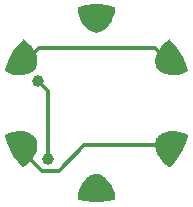
<source format=gbr>
G04 EAGLE Gerber RS-274X export*
G75*
%MOMM*%
%FSLAX34Y34*%
%LPD*%
%INBottom Copper*%
%IPPOS*%
%AMOC8*
5,1,8,0,0,1.08239X$1,22.5*%
G01*
%ADD10C,2.184400*%
%ADD11C,1.008000*%
%ADD12C,0.304800*%

G36*
X3062Y-83644D02*
X3062Y-83644D01*
X3099Y-83646D01*
X9133Y-83012D01*
X9160Y-83004D01*
X9198Y-83002D01*
X15132Y-81740D01*
X15154Y-81731D01*
X15178Y-81729D01*
X15257Y-81689D01*
X15340Y-81656D01*
X15357Y-81640D01*
X15378Y-81629D01*
X15411Y-81595D01*
X15413Y-81593D01*
X15422Y-81583D01*
X15439Y-81564D01*
X15505Y-81504D01*
X15516Y-81483D01*
X15532Y-81465D01*
X15548Y-81427D01*
X15555Y-81419D01*
X15568Y-81381D01*
X15607Y-81304D01*
X15610Y-81281D01*
X15619Y-81259D01*
X15622Y-81221D01*
X15627Y-81206D01*
X15626Y-81167D01*
X15630Y-81111D01*
X15633Y-81081D01*
X15632Y-81077D01*
X15632Y-81072D01*
X15345Y-77313D01*
X15334Y-77273D01*
X15329Y-77215D01*
X14457Y-73548D01*
X14440Y-73510D01*
X14426Y-73453D01*
X12991Y-69968D01*
X12969Y-69933D01*
X12946Y-69879D01*
X10983Y-66661D01*
X10956Y-66630D01*
X10925Y-66580D01*
X8483Y-63709D01*
X8445Y-63678D01*
X8389Y-63619D01*
X6603Y-62233D01*
X6578Y-62220D01*
X6574Y-62215D01*
X6563Y-62210D01*
X6535Y-62187D01*
X4583Y-61046D01*
X4550Y-61034D01*
X4509Y-61009D01*
X2426Y-60132D01*
X2391Y-60125D01*
X2347Y-60105D01*
X168Y-59508D01*
X92Y-59502D01*
X19Y-59486D01*
X-24Y-59491D01*
X-56Y-59488D01*
X-100Y-59500D01*
X-168Y-59508D01*
X-2347Y-60105D01*
X-2379Y-60121D01*
X-2426Y-60132D01*
X-4509Y-61009D01*
X-4539Y-61028D01*
X-4583Y-61046D01*
X-6535Y-62187D01*
X-6561Y-62210D01*
X-6603Y-62233D01*
X-8389Y-63619D01*
X-8422Y-63656D01*
X-8483Y-63709D01*
X-10925Y-66580D01*
X-10946Y-66616D01*
X-10983Y-66661D01*
X-12946Y-69879D01*
X-12961Y-69917D01*
X-12991Y-69968D01*
X-14426Y-73453D01*
X-14435Y-73494D01*
X-14457Y-73548D01*
X-15329Y-77215D01*
X-15331Y-77256D01*
X-15345Y-77313D01*
X-15632Y-81072D01*
X-15630Y-81095D01*
X-15634Y-81119D01*
X-15622Y-81190D01*
X-15620Y-81243D01*
X-15613Y-81260D01*
X-15610Y-81295D01*
X-15599Y-81316D01*
X-15595Y-81340D01*
X-15550Y-81416D01*
X-15550Y-81417D01*
X-15536Y-81451D01*
X-15529Y-81458D01*
X-15511Y-81496D01*
X-15493Y-81513D01*
X-15481Y-81533D01*
X-15413Y-81589D01*
X-15391Y-81610D01*
X-15384Y-81617D01*
X-15382Y-81618D01*
X-15348Y-81650D01*
X-15326Y-81660D01*
X-15307Y-81675D01*
X-15170Y-81726D01*
X-15141Y-81738D01*
X-15137Y-81739D01*
X-15132Y-81740D01*
X-9198Y-83002D01*
X-9169Y-83003D01*
X-9133Y-83012D01*
X-3099Y-83646D01*
X-3071Y-83644D01*
X-3033Y-83650D01*
X3033Y-83650D01*
X3062Y-83644D01*
G37*
G36*
X-62590Y23819D02*
X-62590Y23819D01*
X-62550Y23827D01*
X-62491Y23829D01*
X-58784Y24508D01*
X-58737Y24525D01*
X-58658Y24544D01*
X-56565Y25398D01*
X-56535Y25417D01*
X-56491Y25434D01*
X-54527Y26554D01*
X-54500Y26576D01*
X-54458Y26599D01*
X-52657Y27965D01*
X-52633Y27991D01*
X-52595Y28020D01*
X-50988Y29609D01*
X-50944Y29671D01*
X-50894Y29727D01*
X-50881Y29757D01*
X-50876Y29764D01*
X-50873Y29772D01*
X-50859Y29793D01*
X-50847Y29837D01*
X-50820Y29899D01*
X-50247Y32086D01*
X-50244Y32121D01*
X-50231Y32167D01*
X-49949Y34410D01*
X-49951Y34445D01*
X-49944Y34492D01*
X-49956Y36752D01*
X-49963Y36787D01*
X-49962Y36835D01*
X-50269Y39074D01*
X-50285Y39121D01*
X-50300Y39201D01*
X-51566Y42752D01*
X-51587Y42787D01*
X-51607Y42842D01*
X-53412Y46151D01*
X-53438Y46183D01*
X-53467Y46235D01*
X-55767Y49220D01*
X-55798Y49248D01*
X-55834Y49294D01*
X-58574Y51883D01*
X-58608Y51905D01*
X-58651Y51945D01*
X-61762Y54074D01*
X-61784Y54084D01*
X-61802Y54099D01*
X-61885Y54129D01*
X-61900Y54136D01*
X-61916Y54144D01*
X-61919Y54144D01*
X-61967Y54166D01*
X-61991Y54167D01*
X-62013Y54175D01*
X-62102Y54175D01*
X-62191Y54181D01*
X-62213Y54174D01*
X-62237Y54174D01*
X-62321Y54142D01*
X-62406Y54117D01*
X-62425Y54102D01*
X-62447Y54094D01*
X-62523Y54032D01*
X-62546Y54018D01*
X-62559Y54001D01*
X-62561Y54000D01*
X-62585Y53982D01*
X-62587Y53978D01*
X-62592Y53975D01*
X-66651Y49467D01*
X-66666Y49442D01*
X-66693Y49415D01*
X-70258Y44507D01*
X-70271Y44481D01*
X-70294Y44452D01*
X-73328Y39198D01*
X-73337Y39171D01*
X-73358Y39139D01*
X-75825Y33597D01*
X-75832Y33569D01*
X-75849Y33535D01*
X-77723Y27766D01*
X-77727Y27742D01*
X-77736Y27720D01*
X-77742Y27632D01*
X-77754Y27543D01*
X-77749Y27520D01*
X-77750Y27496D01*
X-77725Y27411D01*
X-77705Y27324D01*
X-77692Y27304D01*
X-77685Y27282D01*
X-77632Y27211D01*
X-77583Y27136D01*
X-77564Y27122D01*
X-77550Y27103D01*
X-77427Y27020D01*
X-77403Y27002D01*
X-77399Y27001D01*
X-77395Y26998D01*
X-73996Y25368D01*
X-73956Y25357D01*
X-73903Y25332D01*
X-70291Y24254D01*
X-70250Y24249D01*
X-70194Y24233D01*
X-66458Y23733D01*
X-66417Y23735D01*
X-66358Y23728D01*
X-62590Y23819D01*
G37*
G36*
X66399Y23734D02*
X66399Y23734D01*
X66458Y23733D01*
X70194Y24233D01*
X70233Y24246D01*
X70291Y24254D01*
X73903Y25332D01*
X73940Y25351D01*
X73996Y25368D01*
X77395Y26998D01*
X77414Y27012D01*
X77436Y27020D01*
X77504Y27077D01*
X77576Y27129D01*
X77590Y27149D01*
X77608Y27164D01*
X77652Y27241D01*
X77701Y27315D01*
X77707Y27339D01*
X77719Y27359D01*
X77733Y27447D01*
X77753Y27534D01*
X77751Y27557D01*
X77754Y27581D01*
X77730Y27727D01*
X77726Y27756D01*
X77724Y27760D01*
X77723Y27766D01*
X75849Y33535D01*
X75835Y33561D01*
X75825Y33597D01*
X73358Y39139D01*
X73341Y39163D01*
X73328Y39198D01*
X70294Y44452D01*
X70276Y44474D01*
X70258Y44507D01*
X66693Y49415D01*
X66672Y49435D01*
X66651Y49467D01*
X62592Y53975D01*
X62573Y53989D01*
X62559Y54009D01*
X62529Y54029D01*
X62517Y54041D01*
X62484Y54059D01*
X62414Y54112D01*
X62392Y54119D01*
X62372Y54133D01*
X62285Y54153D01*
X62200Y54180D01*
X62176Y54178D01*
X62153Y54184D01*
X62065Y54173D01*
X61976Y54168D01*
X61954Y54159D01*
X61931Y54156D01*
X61883Y54132D01*
X61880Y54132D01*
X61874Y54128D01*
X61798Y54091D01*
X61770Y54079D01*
X61767Y54076D01*
X61762Y54074D01*
X58651Y51945D01*
X58622Y51916D01*
X58574Y51883D01*
X55834Y49294D01*
X55810Y49261D01*
X55767Y49220D01*
X53467Y46235D01*
X53448Y46198D01*
X53412Y46151D01*
X51607Y42842D01*
X51594Y42803D01*
X51566Y42752D01*
X50300Y39201D01*
X50292Y39152D01*
X50269Y39074D01*
X49962Y36835D01*
X49964Y36800D01*
X49956Y36752D01*
X49944Y34492D01*
X49950Y34457D01*
X49949Y34410D01*
X50231Y32167D01*
X50242Y32133D01*
X50247Y32086D01*
X50820Y29899D01*
X50852Y29831D01*
X50875Y29759D01*
X50893Y29735D01*
X50895Y29732D01*
X50901Y29725D01*
X50915Y29696D01*
X50947Y29664D01*
X50988Y29609D01*
X52595Y28020D01*
X52624Y28000D01*
X52657Y27965D01*
X54458Y26599D01*
X54490Y26583D01*
X54527Y26554D01*
X56491Y25434D01*
X56524Y25422D01*
X56565Y25398D01*
X58658Y24544D01*
X58707Y24534D01*
X58784Y24508D01*
X62491Y23829D01*
X62532Y23829D01*
X62590Y23819D01*
X66358Y23728D01*
X66399Y23734D01*
G37*
G36*
X62213Y-54174D02*
X62213Y-54174D01*
X62237Y-54174D01*
X62321Y-54142D01*
X62406Y-54117D01*
X62425Y-54102D01*
X62447Y-54094D01*
X62561Y-54000D01*
X62585Y-53982D01*
X62587Y-53978D01*
X62592Y-53975D01*
X66651Y-49467D01*
X66666Y-49442D01*
X66693Y-49415D01*
X70258Y-44507D01*
X70271Y-44481D01*
X70294Y-44452D01*
X73328Y-39198D01*
X73337Y-39171D01*
X73358Y-39139D01*
X75825Y-33597D01*
X75832Y-33569D01*
X75849Y-33535D01*
X77723Y-27766D01*
X77727Y-27742D01*
X77736Y-27720D01*
X77742Y-27632D01*
X77754Y-27543D01*
X77749Y-27520D01*
X77750Y-27496D01*
X77725Y-27411D01*
X77705Y-27324D01*
X77692Y-27304D01*
X77685Y-27282D01*
X77632Y-27211D01*
X77583Y-27136D01*
X77564Y-27122D01*
X77550Y-27103D01*
X77427Y-27020D01*
X77403Y-27002D01*
X77399Y-27001D01*
X77395Y-26998D01*
X73996Y-25368D01*
X73956Y-25357D01*
X73903Y-25332D01*
X70291Y-24254D01*
X70250Y-24249D01*
X70194Y-24233D01*
X66458Y-23733D01*
X66417Y-23735D01*
X66358Y-23728D01*
X62590Y-23819D01*
X62550Y-23827D01*
X62491Y-23829D01*
X58784Y-24508D01*
X58737Y-24525D01*
X58658Y-24544D01*
X56565Y-25398D01*
X56535Y-25417D01*
X56491Y-25434D01*
X54527Y-26554D01*
X54500Y-26576D01*
X54458Y-26599D01*
X52657Y-27965D01*
X52633Y-27991D01*
X52595Y-28020D01*
X50988Y-29609D01*
X50944Y-29671D01*
X50894Y-29727D01*
X50877Y-29766D01*
X50859Y-29793D01*
X50847Y-29837D01*
X50820Y-29899D01*
X50247Y-32086D01*
X50244Y-32121D01*
X50231Y-32167D01*
X49949Y-34410D01*
X49951Y-34445D01*
X49944Y-34492D01*
X49956Y-36752D01*
X49963Y-36787D01*
X49962Y-36835D01*
X50269Y-39074D01*
X50273Y-39087D01*
X50274Y-39093D01*
X50283Y-39117D01*
X50285Y-39121D01*
X50300Y-39201D01*
X51566Y-42752D01*
X51587Y-42787D01*
X51607Y-42842D01*
X53412Y-46151D01*
X53438Y-46183D01*
X53467Y-46235D01*
X55767Y-49220D01*
X55798Y-49248D01*
X55834Y-49294D01*
X58574Y-51883D01*
X58608Y-51905D01*
X58651Y-51945D01*
X61762Y-54074D01*
X61784Y-54084D01*
X61802Y-54099D01*
X61885Y-54129D01*
X61967Y-54166D01*
X61991Y-54167D01*
X62013Y-54175D01*
X62102Y-54175D01*
X62191Y-54181D01*
X62213Y-54174D01*
G37*
G36*
X-62065Y-54173D02*
X-62065Y-54173D01*
X-61976Y-54168D01*
X-61954Y-54159D01*
X-61931Y-54156D01*
X-61798Y-54091D01*
X-61770Y-54079D01*
X-61767Y-54076D01*
X-61762Y-54074D01*
X-58651Y-51945D01*
X-58622Y-51916D01*
X-58574Y-51883D01*
X-55834Y-49294D01*
X-55810Y-49261D01*
X-55767Y-49220D01*
X-53467Y-46235D01*
X-53448Y-46198D01*
X-53412Y-46151D01*
X-51607Y-42842D01*
X-51594Y-42803D01*
X-51566Y-42752D01*
X-50300Y-39201D01*
X-50292Y-39152D01*
X-50269Y-39074D01*
X-49962Y-36835D01*
X-49964Y-36800D01*
X-49956Y-36752D01*
X-49944Y-34492D01*
X-49950Y-34457D01*
X-49949Y-34410D01*
X-50231Y-32167D01*
X-50242Y-32133D01*
X-50247Y-32086D01*
X-50820Y-29899D01*
X-50852Y-29831D01*
X-50875Y-29759D01*
X-50901Y-29725D01*
X-50915Y-29696D01*
X-50947Y-29664D01*
X-50988Y-29609D01*
X-52595Y-28020D01*
X-52624Y-28000D01*
X-52657Y-27965D01*
X-54458Y-26599D01*
X-54490Y-26583D01*
X-54527Y-26554D01*
X-56491Y-25434D01*
X-56524Y-25422D01*
X-56565Y-25398D01*
X-58658Y-24544D01*
X-58707Y-24534D01*
X-58784Y-24508D01*
X-62491Y-23829D01*
X-62532Y-23829D01*
X-62590Y-23819D01*
X-66358Y-23728D01*
X-66399Y-23734D01*
X-66458Y-23733D01*
X-70194Y-24233D01*
X-70233Y-24246D01*
X-70291Y-24254D01*
X-73903Y-25332D01*
X-73940Y-25351D01*
X-73996Y-25368D01*
X-77395Y-26998D01*
X-77414Y-27012D01*
X-77436Y-27020D01*
X-77504Y-27077D01*
X-77576Y-27129D01*
X-77590Y-27149D01*
X-77608Y-27164D01*
X-77652Y-27241D01*
X-77701Y-27315D01*
X-77707Y-27339D01*
X-77719Y-27359D01*
X-77733Y-27447D01*
X-77753Y-27534D01*
X-77751Y-27557D01*
X-77754Y-27581D01*
X-77730Y-27727D01*
X-77726Y-27756D01*
X-77724Y-27760D01*
X-77723Y-27766D01*
X-75849Y-33535D01*
X-75835Y-33561D01*
X-75825Y-33597D01*
X-73358Y-39139D01*
X-73341Y-39163D01*
X-73328Y-39198D01*
X-70294Y-44452D01*
X-70276Y-44474D01*
X-70258Y-44507D01*
X-66693Y-49415D01*
X-66672Y-49435D01*
X-66651Y-49467D01*
X-62592Y-53975D01*
X-62573Y-53989D01*
X-62559Y-54009D01*
X-62485Y-54058D01*
X-62414Y-54112D01*
X-62392Y-54119D01*
X-62372Y-54133D01*
X-62285Y-54153D01*
X-62200Y-54180D01*
X-62176Y-54178D01*
X-62153Y-54184D01*
X-62065Y-54173D01*
G37*
G36*
X24Y59491D02*
X24Y59491D01*
X56Y59488D01*
X100Y59500D01*
X168Y59508D01*
X2347Y60105D01*
X2379Y60121D01*
X2426Y60132D01*
X4509Y61009D01*
X4539Y61028D01*
X4583Y61046D01*
X6535Y62187D01*
X6561Y62210D01*
X6603Y62233D01*
X8389Y63619D01*
X8422Y63656D01*
X8483Y63709D01*
X10925Y66580D01*
X10946Y66616D01*
X10983Y66661D01*
X12946Y69879D01*
X12961Y69917D01*
X12991Y69968D01*
X14426Y73453D01*
X14435Y73494D01*
X14457Y73548D01*
X15329Y77215D01*
X15331Y77256D01*
X15345Y77313D01*
X15632Y81072D01*
X15630Y81095D01*
X15634Y81119D01*
X15619Y81206D01*
X15610Y81295D01*
X15599Y81316D01*
X15595Y81340D01*
X15550Y81416D01*
X15511Y81496D01*
X15493Y81513D01*
X15481Y81533D01*
X15413Y81589D01*
X15348Y81650D01*
X15326Y81660D01*
X15307Y81675D01*
X15170Y81726D01*
X15141Y81738D01*
X15137Y81739D01*
X15132Y81740D01*
X9198Y83002D01*
X9169Y83003D01*
X9133Y83012D01*
X3099Y83646D01*
X3071Y83644D01*
X3033Y83650D01*
X-3033Y83650D01*
X-3062Y83644D01*
X-3099Y83646D01*
X-9133Y83012D01*
X-9160Y83004D01*
X-9198Y83002D01*
X-15132Y81740D01*
X-15154Y81731D01*
X-15178Y81729D01*
X-15257Y81689D01*
X-15340Y81656D01*
X-15357Y81640D01*
X-15378Y81629D01*
X-15439Y81564D01*
X-15505Y81504D01*
X-15516Y81483D01*
X-15532Y81465D01*
X-15566Y81383D01*
X-15607Y81304D01*
X-15610Y81281D01*
X-15619Y81259D01*
X-15630Y81111D01*
X-15633Y81081D01*
X-15632Y81077D01*
X-15632Y81072D01*
X-15345Y77313D01*
X-15334Y77273D01*
X-15329Y77215D01*
X-14457Y73548D01*
X-14440Y73510D01*
X-14426Y73453D01*
X-12991Y69968D01*
X-12969Y69933D01*
X-12946Y69879D01*
X-10983Y66661D01*
X-10956Y66630D01*
X-10925Y66580D01*
X-8483Y63709D01*
X-8445Y63678D01*
X-8389Y63619D01*
X-6603Y62233D01*
X-6572Y62217D01*
X-6535Y62187D01*
X-4583Y61046D01*
X-4550Y61034D01*
X-4509Y61009D01*
X-2426Y60132D01*
X-2391Y60125D01*
X-2347Y60105D01*
X-168Y59508D01*
X-92Y59502D01*
X-19Y59486D01*
X24Y59491D01*
G37*
D10*
X60960Y-35560D03*
X-60960Y-35560D03*
X-60960Y35560D03*
X60960Y35560D03*
X0Y-71120D03*
X0Y71120D03*
D11*
X-40640Y-46990D03*
D12*
X-40640Y10160D01*
X-49530Y19050D01*
D11*
X-49530Y19050D03*
D12*
X-60960Y-35560D02*
X-60960Y-41910D01*
X-45720Y-57150D01*
X-31750Y-57150D01*
X-10160Y-35560D01*
X60960Y-35560D01*
X60960Y35560D02*
X49530Y46990D01*
X-48260Y46990D01*
X-59690Y35560D01*
X-60960Y35560D01*
M02*

</source>
